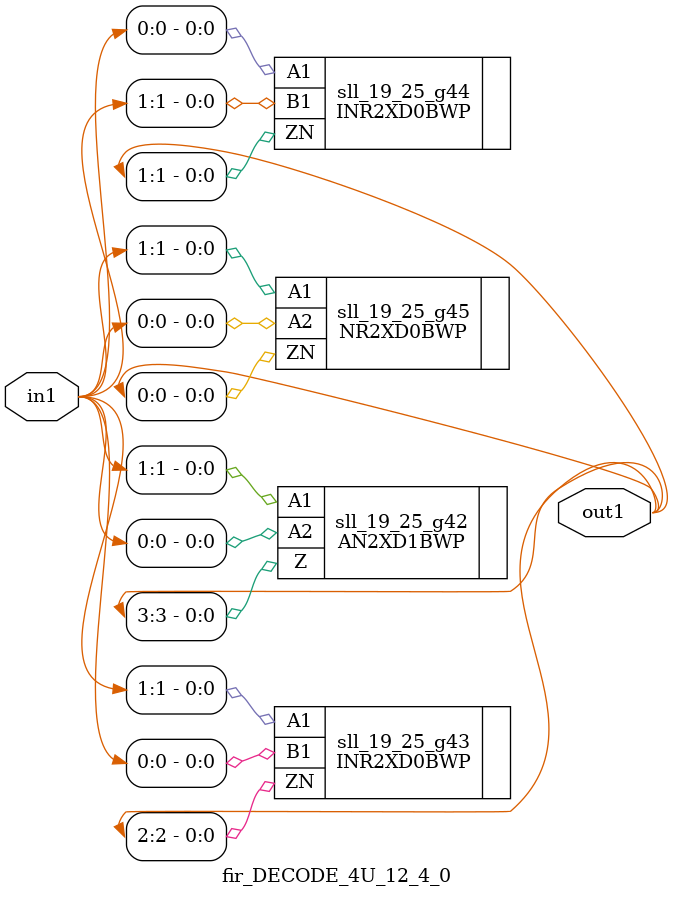
<source format=v>
`timescale 1ps / 1ps


module fir_DECODE_4U_12_4_0(in1, out1);
  input [1:0] in1;
  output [3:0] out1;
  wire [1:0] in1;
  wire [3:0] out1;
  AN2XD1BWP sll_19_25_g42(.A1 (in1[1]), .A2 (in1[0]), .Z (out1[3]));
  INR2XD0BWP sll_19_25_g43(.A1 (in1[1]), .B1 (in1[0]), .ZN (out1[2]));
  INR2XD0BWP sll_19_25_g44(.A1 (in1[0]), .B1 (in1[1]), .ZN (out1[1]));
  NR2XD0BWP sll_19_25_g45(.A1 (in1[1]), .A2 (in1[0]), .ZN (out1[0]));
endmodule



</source>
